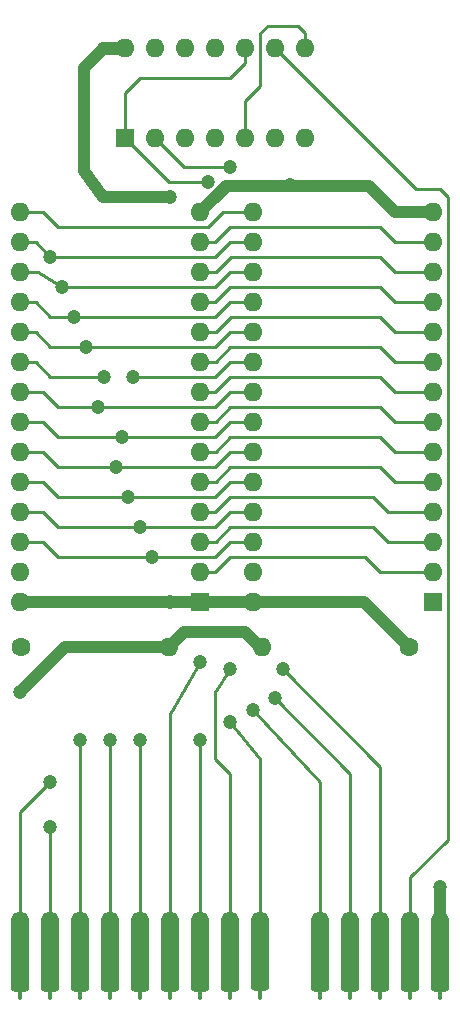
<source format=gbr>
%TF.GenerationSoftware,KiCad,Pcbnew,8.0.6+1*%
%TF.CreationDate,2024-12-27T19:20:11+01:00*%
%TF.ProjectId,QL_ROM_Cartridge_original,514c5f52-4f4d-45f4-9361-727472696467,0*%
%TF.SameCoordinates,Original*%
%TF.FileFunction,Copper,L1,Top*%
%TF.FilePolarity,Positive*%
%FSLAX46Y46*%
G04 Gerber Fmt 4.6, Leading zero omitted, Abs format (unit mm)*
G04 Created by KiCad (PCBNEW 8.0.6+1) date 2024-12-27 19:20:11*
%MOMM*%
%LPD*%
G01*
G04 APERTURE LIST*
G04 Aperture macros list*
%AMRoundRect*
0 Rectangle with rounded corners*
0 $1 Rounding radius*
0 $2 $3 $4 $5 $6 $7 $8 $9 X,Y pos of 4 corners*
0 Add a 4 corners polygon primitive as box body*
4,1,4,$2,$3,$4,$5,$6,$7,$8,$9,$2,$3,0*
0 Add four circle primitives for the rounded corners*
1,1,$1+$1,$2,$3*
1,1,$1+$1,$4,$5*
1,1,$1+$1,$6,$7*
1,1,$1+$1,$8,$9*
0 Add four rect primitives between the rounded corners*
20,1,$1+$1,$2,$3,$4,$5,0*
20,1,$1+$1,$4,$5,$6,$7,0*
20,1,$1+$1,$6,$7,$8,$9,0*
20,1,$1+$1,$8,$9,$2,$3,0*%
G04 Aperture macros list end*
%TA.AperFunction,EtchedComponent*%
%ADD10C,0.300000*%
%TD*%
%TA.AperFunction,ComponentPad*%
%ADD11R,1.600000X1.600000*%
%TD*%
%TA.AperFunction,ComponentPad*%
%ADD12O,1.600000X1.600000*%
%TD*%
%TA.AperFunction,ConnectorPad*%
%ADD13RoundRect,0.762000X-0.000010X-1.738000X0.000010X-1.738000X0.000010X1.738000X-0.000010X1.738000X0*%
%TD*%
%TA.AperFunction,ConnectorPad*%
%ADD14RoundRect,0.228600X-0.533400X-2.271400X0.533400X-2.271400X0.533400X2.271400X-0.533400X2.271400X0*%
%TD*%
%TA.AperFunction,ComponentPad*%
%ADD15C,1.600000*%
%TD*%
%TA.AperFunction,ViaPad*%
%ADD16C,1.200000*%
%TD*%
%TA.AperFunction,Conductor*%
%ADD17C,0.250000*%
%TD*%
%TA.AperFunction,Conductor*%
%ADD18C,1.000000*%
%TD*%
%ADD19C,0.350000*%
G04 APERTURE END LIST*
D10*
%TO.C,J1*%
X63500000Y-144018000D02*
X63500000Y-143510000D01*
X66040000Y-144018000D02*
X66040000Y-143510000D01*
X68580000Y-144018000D02*
X68580000Y-143510000D01*
X71120000Y-144018000D02*
X71120000Y-143510000D01*
X73660000Y-144018000D02*
X73660000Y-143510000D01*
X76200000Y-144018000D02*
X76200000Y-143510000D01*
X78740000Y-144018000D02*
X78740000Y-143510000D01*
X81280000Y-144018000D02*
X81280000Y-143510000D01*
X83820000Y-144018000D02*
X83820000Y-143510000D01*
X88900000Y-144018000D02*
X88900000Y-143510000D01*
X91440000Y-144018000D02*
X91440000Y-143510000D01*
X93980000Y-144018000D02*
X93980000Y-143510000D01*
X96520000Y-144018000D02*
X96520000Y-143510000D01*
X99060000Y-144018000D02*
X99060000Y-143510000D01*
%TD*%
D11*
%TO.P,IC3,1*%
%TO.N,/A15*%
X72390000Y-71247000D03*
D12*
%TO.P,IC3,2*%
%TO.N,/ROMOE*%
X74930000Y-71247000D03*
%TO.P,IC3,3*%
%TO.N,/U_ROMOE*%
X77470000Y-71247000D03*
%TO.P,IC3,4*%
%TO.N,/U2_CE*%
X80010000Y-71247000D03*
%TO.P,IC3,5*%
X82550000Y-71247000D03*
%TO.P,IC3,6*%
%TO.N,/U1_CE*%
X85090000Y-71247000D03*
%TO.P,IC3,7,GND*%
%TO.N,GND*%
X87630000Y-71247000D03*
%TO.P,IC3,8*%
%TO.N,/U2_CE*%
X87630000Y-63627000D03*
%TO.P,IC3,9*%
%TO.N,/A14*%
X85090000Y-63627000D03*
%TO.P,IC3,10*%
%TO.N,/A15*%
X82550000Y-63627000D03*
%TO.P,IC3,11*%
%TO.N,unconnected-(IC3-Pad11)*%
X80010000Y-63627000D03*
%TO.P,IC3,12*%
%TO.N,unconnected-(IC3-Pad12)*%
X77470000Y-63627000D03*
%TO.P,IC3,13*%
%TO.N,unconnected-(IC3-Pad13)*%
X74930000Y-63627000D03*
%TO.P,IC3,14,VCC*%
%TO.N,VCC*%
X72390000Y-63627000D03*
%TD*%
D11*
%TO.P,IC2,1,VPP*%
%TO.N,VCC*%
X98425000Y-110490000D03*
D12*
%TO.P,IC2,2,A12*%
%TO.N,/A12*%
X98425000Y-107950000D03*
%TO.P,IC2,3,A7*%
%TO.N,/A7*%
X98425000Y-105410000D03*
%TO.P,IC2,4,A6*%
%TO.N,/A6*%
X98425000Y-102870000D03*
%TO.P,IC2,5,A5*%
%TO.N,/A5*%
X98425000Y-100330000D03*
%TO.P,IC2,6,A4*%
%TO.N,/A4*%
X98425000Y-97790000D03*
%TO.P,IC2,7,A3*%
%TO.N,/A3*%
X98425000Y-95250000D03*
%TO.P,IC2,8,A2*%
%TO.N,/A2*%
X98425000Y-92710000D03*
%TO.P,IC2,9,A1*%
%TO.N,/A1*%
X98425000Y-90170000D03*
%TO.P,IC2,10,A0*%
%TO.N,/A0*%
X98425000Y-87630000D03*
%TO.P,IC2,11,D0*%
%TO.N,/D0*%
X98425000Y-85090000D03*
%TO.P,IC2,12,D1*%
%TO.N,/D1*%
X98425000Y-82550000D03*
%TO.P,IC2,13,D2*%
%TO.N,/D2*%
X98425000Y-80010000D03*
%TO.P,IC2,14,GND*%
%TO.N,GND*%
X98425000Y-77470000D03*
%TO.P,IC2,15,D3*%
%TO.N,/D3*%
X83185000Y-77470000D03*
%TO.P,IC2,16,D4*%
%TO.N,/D4*%
X83185000Y-80010000D03*
%TO.P,IC2,17,D5*%
%TO.N,/D5*%
X83185000Y-82550000D03*
%TO.P,IC2,18,D6*%
%TO.N,/D6*%
X83185000Y-85090000D03*
%TO.P,IC2,19,D7*%
%TO.N,/D7*%
X83185000Y-87630000D03*
%TO.P,IC2,20,~{CE}*%
%TO.N,/U2_CE*%
X83185000Y-90170000D03*
%TO.P,IC2,21,A10*%
%TO.N,/A10*%
X83185000Y-92710000D03*
%TO.P,IC2,22,~{OE}*%
%TO.N,/U_ROMOE*%
X83185000Y-95250000D03*
%TO.P,IC2,23,A11*%
%TO.N,/A11*%
X83185000Y-97790000D03*
%TO.P,IC2,24,A9*%
%TO.N,/A9*%
X83185000Y-100330000D03*
%TO.P,IC2,25,A8*%
%TO.N,/A8*%
X83185000Y-102870000D03*
%TO.P,IC2,26,A13*%
%TO.N,/A13*%
X83185000Y-105410000D03*
%TO.P,IC2,27,~{PGM}*%
%TO.N,VCC*%
X83185000Y-107950000D03*
%TO.P,IC2,28,VCC*%
X83185000Y-110490000D03*
%TD*%
D13*
%TO.P,J1,1,Vcc*%
%TO.N,VCC*%
X99060000Y-139232000D03*
D14*
X99060000Y-140970000D03*
D13*
%TO.P,J1,3,A14*%
%TO.N,/A14*%
X96520000Y-139232000D03*
D14*
X96520000Y-141010000D03*
D13*
%TO.P,J1,5,A13*%
%TO.N,/A13*%
X93980000Y-139232000D03*
D14*
X93980000Y-141010000D03*
D13*
%TO.P,J1,7,A8*%
%TO.N,/A8*%
X91440000Y-139232000D03*
D14*
X91440000Y-141010000D03*
D13*
%TO.P,J1,9,A9*%
%TO.N,/A9*%
X88900000Y-139192000D03*
D14*
X88900000Y-140970000D03*
D13*
%TO.P,J1,11,A11*%
%TO.N,/A11*%
X83820000Y-139192000D03*
D14*
X83820000Y-140930000D03*
D13*
%TO.P,J1,13,ROMOE*%
%TO.N,/ROMOE*%
X81280000Y-139232000D03*
D14*
X81280000Y-140970000D03*
D13*
%TO.P,J1,15,A10*%
%TO.N,/A10*%
X78740000Y-139232000D03*
D14*
X78740000Y-140970000D03*
D13*
%TO.P,J1,17,A15*%
%TO.N,/A15*%
X76200000Y-139232000D03*
D14*
X76200000Y-140970000D03*
D13*
%TO.P,J1,19,D7*%
%TO.N,/D7*%
X73660000Y-139232000D03*
D14*
X73660000Y-140970000D03*
D13*
%TO.P,J1,21,D6*%
%TO.N,/D6*%
X71120000Y-139232000D03*
D14*
X71120000Y-140959200D03*
%TO.P,J1,23,D5*%
%TO.N,/D5*%
X68554600Y-140959200D03*
D13*
X68580000Y-139192000D03*
%TO.P,J1,25,D4*%
%TO.N,/D4*%
X66040000Y-139232000D03*
D14*
X66040000Y-140970000D03*
D13*
%TO.P,J1,27,D3*%
%TO.N,/D3*%
X63500000Y-139232000D03*
D14*
X63500000Y-140970000D03*
%TD*%
D11*
%TO.P,IC1,1,VPP*%
%TO.N,VCC*%
X78745000Y-110480000D03*
D12*
%TO.P,IC1,2,A12*%
%TO.N,/A12*%
X78745000Y-107940000D03*
%TO.P,IC1,3,A7*%
%TO.N,/A7*%
X78745000Y-105400000D03*
%TO.P,IC1,4,A6*%
%TO.N,/A6*%
X78745000Y-102860000D03*
%TO.P,IC1,5,A5*%
%TO.N,/A5*%
X78745000Y-100320000D03*
%TO.P,IC1,6,A4*%
%TO.N,/A4*%
X78745000Y-97780000D03*
%TO.P,IC1,7,A3*%
%TO.N,/A3*%
X78745000Y-95240000D03*
%TO.P,IC1,8,A2*%
%TO.N,/A2*%
X78745000Y-92700000D03*
%TO.P,IC1,9,A1*%
%TO.N,/A1*%
X78745000Y-90160000D03*
%TO.P,IC1,10,A0*%
%TO.N,/A0*%
X78745000Y-87620000D03*
%TO.P,IC1,11,D0*%
%TO.N,/D0*%
X78745000Y-85080000D03*
%TO.P,IC1,12,D1*%
%TO.N,/D1*%
X78745000Y-82540000D03*
%TO.P,IC1,13,D2*%
%TO.N,/D2*%
X78745000Y-80000000D03*
%TO.P,IC1,14,GND*%
%TO.N,GND*%
X78745000Y-77460000D03*
%TO.P,IC1,15,D3*%
%TO.N,/D3*%
X63505000Y-77460000D03*
%TO.P,IC1,16,D4*%
%TO.N,/D4*%
X63505000Y-80000000D03*
%TO.P,IC1,17,D5*%
%TO.N,/D5*%
X63505000Y-82540000D03*
%TO.P,IC1,18,D6*%
%TO.N,/D6*%
X63505000Y-85080000D03*
%TO.P,IC1,19,D7*%
%TO.N,/D7*%
X63505000Y-87620000D03*
%TO.P,IC1,20,~{CE}*%
%TO.N,/U1_CE*%
X63505000Y-90160000D03*
%TO.P,IC1,21,A10*%
%TO.N,/A10*%
X63505000Y-92700000D03*
%TO.P,IC1,22,~{OE}*%
%TO.N,/U_ROMOE*%
X63505000Y-95240000D03*
%TO.P,IC1,23,A11*%
%TO.N,/A11*%
X63505000Y-97780000D03*
%TO.P,IC1,24,A9*%
%TO.N,/A9*%
X63505000Y-100320000D03*
%TO.P,IC1,25,A8*%
%TO.N,/A8*%
X63505000Y-102860000D03*
%TO.P,IC1,26,A13*%
%TO.N,/A13*%
X63505000Y-105400000D03*
%TO.P,IC1,27,~{PGM}*%
%TO.N,VCC*%
X63505000Y-107940000D03*
%TO.P,IC1,28,VCC*%
X63505000Y-110480000D03*
%TD*%
D15*
%TO.P,C1,1*%
%TO.N,VCC*%
X63580000Y-114300000D03*
D12*
%TO.P,C1,2*%
%TO.N,GND*%
X76080000Y-114300000D03*
%TD*%
D15*
%TO.P,C2,1*%
%TO.N,VCC*%
X96420000Y-114300000D03*
D12*
%TO.P,C2,2*%
%TO.N,GND*%
X83920000Y-114300000D03*
%TD*%
D16*
%TO.N,VCC*%
X99060000Y-134620000D03*
X76200000Y-110505000D03*
X76200000Y-76200000D03*
%TO.N,GND*%
X86360000Y-75184000D03*
X63500000Y-118110000D03*
%TO.N,/D3*%
X66040000Y-125730000D03*
%TO.N,/D4*%
X66040000Y-81280000D03*
X66040000Y-129540000D03*
%TO.N,/D5*%
X68580000Y-122174000D03*
X67056000Y-83820000D03*
%TO.N,/D6*%
X68072000Y-86360000D03*
X71120000Y-122174000D03*
%TO.N,/D7*%
X69088000Y-88900000D03*
X73660000Y-122174000D03*
%TO.N,/A15*%
X79375000Y-74930000D03*
X78740000Y-115570000D03*
%TO.N,/A10*%
X78740000Y-122174000D03*
X70104000Y-93980000D03*
%TO.N,/ROMOE*%
X81280000Y-116205000D03*
X81280000Y-73660000D03*
%TO.N,/A11*%
X81280000Y-120650000D03*
X71628000Y-99060000D03*
%TO.N,/A9*%
X72644000Y-101600000D03*
X83185000Y-119634000D03*
%TO.N,/A8*%
X73660000Y-104140000D03*
X85090000Y-118618000D03*
%TO.N,/A13*%
X85725000Y-116205000D03*
X74676000Y-106680000D03*
%TO.N,/U1_CE*%
X70612000Y-91440000D03*
%TO.N,/U2_CE*%
X73025000Y-91440000D03*
%TO.N,/U_ROMOE*%
X72136000Y-96520000D03*
%TD*%
D17*
%TO.N,/A15*%
X79375000Y-74930000D02*
X76073000Y-74930000D01*
X76073000Y-74930000D02*
X72390000Y-71247000D01*
%TO.N,/A14*%
X98552000Y-75565000D02*
X99060000Y-75565000D01*
X85090000Y-63627000D02*
X97028000Y-75565000D01*
X97028000Y-75565000D02*
X98552000Y-75565000D01*
D18*
%TO.N,VCC*%
X76200000Y-76200000D02*
X70485000Y-76200000D01*
X70485000Y-76200000D02*
X68852143Y-74022857D01*
X68852143Y-74022857D02*
X68852143Y-65259857D01*
D17*
%TO.N,/ROMOE*%
X81280000Y-73660000D02*
X77343000Y-73660000D01*
X77343000Y-73660000D02*
X74930000Y-71247000D01*
D18*
%TO.N,VCC*%
X88285000Y-110490000D02*
X92610000Y-110490000D01*
X99060000Y-134620000D02*
X99060000Y-137033000D01*
X76200000Y-110505000D02*
X63505000Y-110505000D01*
X70470000Y-63642000D02*
X68852143Y-65259857D01*
X78745000Y-110480000D02*
X83175000Y-110480000D01*
X92610000Y-110490000D02*
X96420000Y-114300000D01*
X72390000Y-63627000D02*
X70520944Y-63627000D01*
X78720000Y-110505000D02*
X78745000Y-110480000D01*
X70500000Y-63642000D02*
X70470000Y-63642000D01*
X63505000Y-110505000D02*
X63580000Y-110580000D01*
X83800000Y-110505000D02*
X83825000Y-110480000D01*
X76200000Y-110505000D02*
X78720000Y-110505000D01*
X83175000Y-110480000D02*
X83185000Y-110490000D01*
X70485000Y-63627000D02*
X70500000Y-63642000D01*
X70500000Y-63642000D02*
X72385000Y-63642000D01*
X83825000Y-110480000D02*
X88275000Y-110480000D01*
X88275000Y-110480000D02*
X88285000Y-110490000D01*
%TO.N,GND*%
X93017500Y-75257500D02*
X93027500Y-75247500D01*
X76080000Y-114300000D02*
X67310000Y-114300000D01*
X67310000Y-114300000D02*
X63500000Y-118110000D01*
X95240000Y-77460000D02*
X93027500Y-75247500D01*
X95240000Y-77460000D02*
X98425000Y-77460000D01*
X78745000Y-77485000D02*
X80972500Y-75257500D01*
X77350000Y-113030000D02*
X76080000Y-114300000D01*
X83920000Y-114300000D02*
X83820000Y-114300000D01*
X83820000Y-114300000D02*
X82550000Y-113030000D01*
X82550000Y-113030000D02*
X77350000Y-113030000D01*
X80947500Y-75257500D02*
X80972500Y-75257500D01*
X78745000Y-77460000D02*
X80947500Y-75257500D01*
X80972500Y-75257500D02*
X93017500Y-75257500D01*
D17*
%TO.N,/D3*%
X65420000Y-77485000D02*
X66675000Y-78740000D01*
X66675000Y-78740000D02*
X79375000Y-78740000D01*
X82550000Y-77470000D02*
X82565000Y-77485000D01*
X63505000Y-77485000D02*
X65420000Y-77485000D01*
X80655000Y-77460000D02*
X79375000Y-78740000D01*
X80655000Y-77460000D02*
X82555000Y-77460000D01*
X63500000Y-128270000D02*
X63500000Y-139232000D01*
X66040000Y-125730000D02*
X63500000Y-128270000D01*
%TO.N,/D4*%
X66040000Y-137033000D02*
X66040000Y-129540000D01*
X66040000Y-81280000D02*
X80010000Y-81280000D01*
X82550000Y-80010000D02*
X82565000Y-80025000D01*
X81280000Y-80010000D02*
X83185000Y-80010000D01*
X66040000Y-81280000D02*
X64785000Y-80025000D01*
X81610960Y-80000000D02*
X82555000Y-80000000D01*
X64785000Y-80025000D02*
X63505000Y-80025000D01*
X80010000Y-81280000D02*
X81280000Y-80010000D01*
%TO.N,/D2*%
X81280000Y-78740000D02*
X79995000Y-80025000D01*
X98425000Y-80000000D02*
X95240000Y-80000000D01*
X79995000Y-80025000D02*
X78745000Y-80025000D01*
X95240000Y-80000000D02*
X93980000Y-78740000D01*
X93980000Y-78740000D02*
X81280000Y-78740000D01*
%TO.N,/D5*%
X80010000Y-83820000D02*
X81290000Y-82540000D01*
X81290000Y-82540000D02*
X82555000Y-82540000D01*
X68554600Y-125069600D02*
X68580000Y-125095000D01*
X67056000Y-83820000D02*
X65034980Y-82565000D01*
X68580000Y-122174000D02*
X68554600Y-123850400D01*
X67056000Y-83820000D02*
X80010000Y-83820000D01*
X65034980Y-82565000D02*
X63505000Y-82565000D01*
X68554600Y-123850400D02*
X68554600Y-125069600D01*
X68554600Y-125120400D02*
X68554600Y-138760200D01*
%TO.N,/D1*%
X95240000Y-82540000D02*
X93990000Y-81290000D01*
X93990000Y-81290000D02*
X81320000Y-81290000D01*
X81320000Y-81290000D02*
X80035000Y-82575000D01*
X98425000Y-82540000D02*
X95240000Y-82540000D01*
X80035000Y-82575000D02*
X78745000Y-82575000D01*
%TO.N,/D6*%
X71120000Y-139232000D02*
X71120000Y-122174000D01*
X66040000Y-86360000D02*
X64785000Y-85105000D01*
X68072000Y-86360000D02*
X80010000Y-86360000D01*
X81280000Y-85090000D02*
X83185000Y-85090000D01*
X81610960Y-85080000D02*
X82555000Y-85080000D01*
X68072000Y-86360000D02*
X66040000Y-86360000D01*
X64785000Y-85105000D02*
X63505000Y-85105000D01*
X80010000Y-86360000D02*
X81280000Y-85090000D01*
%TO.N,/D0*%
X79985000Y-85115000D02*
X78740000Y-85115000D01*
X98425000Y-85080000D02*
X95220000Y-85080000D01*
X95220000Y-85080000D02*
X93970000Y-83830000D01*
X93970000Y-83830000D02*
X81270000Y-83830000D01*
X81270000Y-83830000D02*
X79985000Y-85115000D01*
%TO.N,/D7*%
X82520000Y-87630000D02*
X82535000Y-87645000D01*
X81280000Y-87630000D02*
X82520000Y-87630000D01*
X80010000Y-88900000D02*
X81280000Y-87630000D01*
X64785000Y-87645000D02*
X66040000Y-88900000D01*
X66040000Y-88900000D02*
X80010000Y-88900000D01*
X63505000Y-87645000D02*
X64785000Y-87645000D01*
X73660000Y-137501000D02*
X73660000Y-122174000D01*
%TO.N,/A0*%
X80035000Y-87655000D02*
X78740000Y-87655000D01*
X78745000Y-87645000D02*
X80045000Y-87645000D01*
X93990000Y-86370000D02*
X81320000Y-86370000D01*
X80035000Y-87655000D02*
X81320000Y-86370000D01*
X95240000Y-87620000D02*
X98425000Y-87620000D01*
X95240000Y-87620000D02*
X93990000Y-86370000D01*
%TO.N,/A15*%
X78740000Y-115570000D02*
X76200000Y-120015000D01*
X76200000Y-120015000D02*
X76200000Y-137501000D01*
X73660000Y-66167000D02*
X72390000Y-67437000D01*
X73660000Y-66167000D02*
X81280000Y-66167000D01*
X72390000Y-67437000D02*
X72390000Y-71247000D01*
X82550000Y-64897000D02*
X81280000Y-66167000D01*
X82550000Y-63627000D02*
X82550000Y-64897000D01*
%TO.N,/A1*%
X80025000Y-90155000D02*
X81280000Y-88900000D01*
X95240000Y-90160000D02*
X98425000Y-90160000D01*
X95240000Y-90160000D02*
X93980000Y-88900000D01*
X80025000Y-90185000D02*
X80025000Y-90155000D01*
X81280000Y-88900000D02*
X93980000Y-88900000D01*
X78740000Y-90185000D02*
X80025000Y-90185000D01*
%TO.N,/A10*%
X81280000Y-92710000D02*
X82520000Y-92710000D01*
X82520000Y-92710000D02*
X82535000Y-92725000D01*
X70104000Y-93980000D02*
X66675000Y-93980000D01*
X78740000Y-139232000D02*
X78740000Y-122174000D01*
X65420000Y-92725000D02*
X63505000Y-92725000D01*
X66675000Y-93980000D02*
X65420000Y-92725000D01*
X70104000Y-93980000D02*
X80010000Y-93980000D01*
X80010000Y-93980000D02*
X81280000Y-92710000D01*
%TO.N,/A2*%
X81280000Y-91440000D02*
X83165000Y-91440000D01*
X95240000Y-92700000D02*
X93980000Y-91440000D01*
X79995000Y-92725000D02*
X81280000Y-91440000D01*
X95240000Y-92700000D02*
X98425000Y-92700000D01*
X83165000Y-91440000D02*
X83175000Y-91450000D01*
X83175000Y-91450000D02*
X93980000Y-91440000D01*
X78745000Y-92725000D02*
X79995000Y-92725000D01*
%TO.N,/ROMOE*%
X80010000Y-118110000D02*
X80010000Y-123825000D01*
X81280000Y-116205000D02*
X80010000Y-118110000D01*
X81280000Y-125095000D02*
X81280000Y-137033000D01*
X80010000Y-123825000D02*
X81280000Y-125095000D01*
%TO.N,/A3*%
X78740000Y-95275000D02*
X80035000Y-95275000D01*
X80035000Y-95225000D02*
X81280000Y-93980000D01*
X98425000Y-95240000D02*
X95240000Y-95240000D01*
X81280000Y-93980000D02*
X82535000Y-93980000D01*
X82535000Y-93980000D02*
X82545000Y-93990000D01*
X82545000Y-93990000D02*
X93990000Y-93990000D01*
X95240000Y-95240000D02*
X93990000Y-93990000D01*
X80035000Y-95275000D02*
X80035000Y-95225000D01*
%TO.N,/A11*%
X83155000Y-97790000D02*
X83170000Y-97805000D01*
X65420000Y-97805000D02*
X66675000Y-99060000D01*
X81280000Y-120650000D02*
X83820000Y-123825000D01*
X80010000Y-99060000D02*
X81280000Y-97790000D01*
X83820000Y-123825000D02*
X83820000Y-138731000D01*
X63505000Y-97805000D02*
X65420000Y-97805000D01*
X66675000Y-99060000D02*
X80010000Y-99060000D01*
X81280000Y-97790000D02*
X83155000Y-97790000D01*
%TO.N,/A4*%
X81280000Y-96520000D02*
X93980000Y-96520000D01*
X80025000Y-97775000D02*
X81280000Y-96520000D01*
X95240000Y-97780000D02*
X93980000Y-96520000D01*
X78740000Y-97805000D02*
X80025000Y-97805000D01*
X98425000Y-97780000D02*
X95240000Y-97780000D01*
X80025000Y-97805000D02*
X80025000Y-97775000D01*
%TO.N,/A9*%
X81290000Y-100320000D02*
X82555000Y-100320000D01*
X80010000Y-101600000D02*
X81290000Y-100320000D01*
X88900000Y-125730000D02*
X88900000Y-138771000D01*
X66675000Y-101600000D02*
X80010000Y-101600000D01*
X63505000Y-100345000D02*
X65420000Y-100345000D01*
X83185000Y-119634000D02*
X88900000Y-125730000D01*
X65420000Y-100345000D02*
X66675000Y-101600000D01*
%TO.N,/A5*%
X95240000Y-100320000D02*
X93980000Y-99060000D01*
X80025000Y-100345000D02*
X80025000Y-100315000D01*
X78745000Y-100345000D02*
X80025000Y-100345000D01*
X81280000Y-99060000D02*
X93980000Y-99060000D01*
X98425000Y-100320000D02*
X95240000Y-100320000D01*
X80025000Y-100315000D02*
X81280000Y-99060000D01*
%TO.N,/A8*%
X81280000Y-102870000D02*
X82520000Y-102870000D01*
X91440000Y-125095000D02*
X91440000Y-138811000D01*
X65405000Y-102870000D02*
X65390000Y-102885000D01*
X65390000Y-102885000D02*
X63505000Y-102885000D01*
X73660000Y-104140000D02*
X66675000Y-104140000D01*
X73660000Y-104140000D02*
X80010000Y-104140000D01*
X82520000Y-102870000D02*
X82535000Y-102885000D01*
X85090000Y-118618000D02*
X91440000Y-125095000D01*
X80010000Y-104140000D02*
X81280000Y-102870000D01*
X66675000Y-104140000D02*
X65405000Y-102870000D01*
%TO.N,/A6*%
X94605000Y-102860000D02*
X93345000Y-101600000D01*
X79995000Y-102885000D02*
X81280000Y-101600000D01*
X81280000Y-101600000D02*
X93345000Y-101600000D01*
X78745000Y-102885000D02*
X79995000Y-102885000D01*
X98425000Y-102860000D02*
X94605000Y-102860000D01*
%TO.N,/A13*%
X63520000Y-105410000D02*
X63505000Y-105425000D01*
X93980000Y-124460000D02*
X85725000Y-116205000D01*
X65420000Y-105425000D02*
X66675000Y-106680000D01*
X81280000Y-105410000D02*
X80010000Y-106680000D01*
X93980000Y-138811000D02*
X93980000Y-124460000D01*
X83185000Y-105410000D02*
X81280000Y-105410000D01*
X63505000Y-105425000D02*
X65420000Y-105425000D01*
X66675000Y-106680000D02*
X80010000Y-106680000D01*
%TO.N,/A7*%
X80025000Y-105395000D02*
X81280000Y-104140000D01*
X94605000Y-105400000D02*
X93345000Y-104140000D01*
X81280000Y-104140000D02*
X93345000Y-104140000D01*
X78745000Y-105425000D02*
X80025000Y-105425000D01*
X80025000Y-105425000D02*
X80025000Y-105395000D01*
X98425000Y-105400000D02*
X94605000Y-105400000D01*
%TO.N,/A14*%
X99695000Y-76200000D02*
X99695000Y-130632200D01*
X96520000Y-133807200D02*
X96520000Y-137033000D01*
X85085000Y-63642000D02*
X85105000Y-63642000D01*
X99695000Y-130632200D02*
X96520000Y-133807200D01*
X99060000Y-75565000D02*
X99695000Y-76200000D01*
%TO.N,/A12*%
X81280000Y-106680000D02*
X92710000Y-106680000D01*
X80020000Y-107940000D02*
X81280000Y-106680000D01*
X92710000Y-106680000D02*
X93980000Y-107950000D01*
X78745000Y-107940000D02*
X80020000Y-107940000D01*
X80035000Y-107975000D02*
X80035000Y-107925000D01*
X78745000Y-107975000D02*
X80035000Y-107975000D01*
X93980000Y-107950000D02*
X98425000Y-107950000D01*
%TO.N,/U1_CE*%
X64785000Y-90185000D02*
X63505000Y-90185000D01*
X70612000Y-91440000D02*
X66040000Y-91440000D01*
X66040000Y-91440000D02*
X64785000Y-90185000D01*
%TO.N,/U2_CE*%
X81290000Y-90160000D02*
X82555000Y-90160000D01*
X84455000Y-61722000D02*
X83820000Y-62357000D01*
X83820000Y-62357000D02*
X83820000Y-66802000D01*
X73025000Y-91440000D02*
X80010000Y-91440000D01*
X83820000Y-66802000D02*
X82550000Y-68072000D01*
X82550000Y-68072000D02*
X82550000Y-71247000D01*
X87630000Y-63627000D02*
X87630000Y-62357000D01*
X87630000Y-62357000D02*
X86995000Y-61722000D01*
X86995000Y-61722000D02*
X84455000Y-61722000D01*
X80010000Y-91440000D02*
X81290000Y-90160000D01*
%TO.N,/U_ROMOE*%
X65420000Y-95265000D02*
X66675000Y-96520000D01*
X80010000Y-96520000D02*
X81290000Y-95240000D01*
X63505000Y-95265000D02*
X65420000Y-95265000D01*
X81290000Y-95240000D02*
X82555000Y-95240000D01*
X66675000Y-96520000D02*
X80010000Y-96520000D01*
%TD*%
D19*
X99060000Y-134620000D03*
X76200000Y-110505000D03*
X76200000Y-76200000D03*
X86360000Y-75184000D03*
X63500000Y-118110000D03*
X66040000Y-125730000D03*
X66040000Y-81280000D03*
X66040000Y-129540000D03*
X68580000Y-122174000D03*
X67056000Y-83820000D03*
X68072000Y-86360000D03*
X71120000Y-122174000D03*
X69088000Y-88900000D03*
X73660000Y-122174000D03*
X79375000Y-74930000D03*
X78740000Y-115570000D03*
X78740000Y-122174000D03*
X70104000Y-93980000D03*
X81280000Y-116205000D03*
X81280000Y-73660000D03*
X81280000Y-120650000D03*
X71628000Y-99060000D03*
X72644000Y-101600000D03*
X83185000Y-119634000D03*
X73660000Y-104140000D03*
X85090000Y-118618000D03*
X85725000Y-116205000D03*
X74676000Y-106680000D03*
X70612000Y-91440000D03*
X73025000Y-91440000D03*
X72136000Y-96520000D03*
X72390000Y-71247000D03*
X74930000Y-71247000D03*
X77470000Y-71247000D03*
X80010000Y-71247000D03*
X82550000Y-71247000D03*
X85090000Y-71247000D03*
X87630000Y-71247000D03*
X87630000Y-63627000D03*
X85090000Y-63627000D03*
X82550000Y-63627000D03*
X80010000Y-63627000D03*
X77470000Y-63627000D03*
X74930000Y-63627000D03*
X72390000Y-63627000D03*
X98425000Y-110490000D03*
X98425000Y-107950000D03*
X98425000Y-105410000D03*
X98425000Y-102870000D03*
X98425000Y-100330000D03*
X98425000Y-97790000D03*
X98425000Y-95250000D03*
X98425000Y-92710000D03*
X98425000Y-90170000D03*
X98425000Y-87630000D03*
X98425000Y-85090000D03*
X98425000Y-82550000D03*
X98425000Y-80010000D03*
X98425000Y-77470000D03*
X83185000Y-77470000D03*
X83185000Y-80010000D03*
X83185000Y-82550000D03*
X83185000Y-85090000D03*
X83185000Y-87630000D03*
X83185000Y-90170000D03*
X83185000Y-92710000D03*
X83185000Y-95250000D03*
X83185000Y-97790000D03*
X83185000Y-100330000D03*
X83185000Y-102870000D03*
X83185000Y-105410000D03*
X83185000Y-107950000D03*
X83185000Y-110490000D03*
X78745000Y-110480000D03*
X78745000Y-107940000D03*
X78745000Y-105400000D03*
X78745000Y-102860000D03*
X78745000Y-100320000D03*
X78745000Y-97780000D03*
X78745000Y-95240000D03*
X78745000Y-92700000D03*
X78745000Y-90160000D03*
X78745000Y-87620000D03*
X78745000Y-85080000D03*
X78745000Y-82540000D03*
X78745000Y-80000000D03*
X78745000Y-77460000D03*
X63505000Y-77460000D03*
X63505000Y-80000000D03*
X63505000Y-82540000D03*
X63505000Y-85080000D03*
X63505000Y-87620000D03*
X63505000Y-90160000D03*
X63505000Y-92700000D03*
X63505000Y-95240000D03*
X63505000Y-97780000D03*
X63505000Y-100320000D03*
X63505000Y-102860000D03*
X63505000Y-105400000D03*
X63505000Y-107940000D03*
X63505000Y-110480000D03*
X63580000Y-114300000D03*
X76080000Y-114300000D03*
X96420000Y-114300000D03*
X83920000Y-114300000D03*
M02*

</source>
